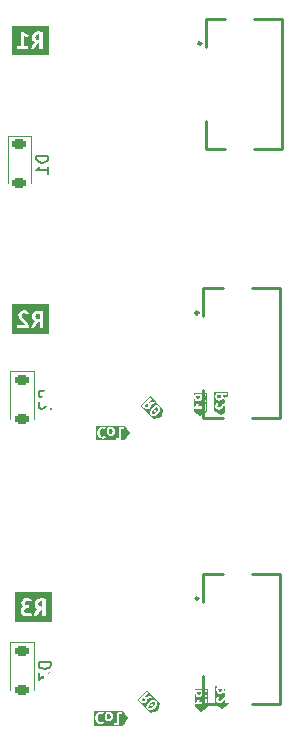
<source format=gbr>
%TF.GenerationSoftware,KiCad,Pcbnew,7.0.2*%
%TF.CreationDate,2024-09-11T13:34:27+02:00*%
%TF.ProjectId,column,636f6c75-6d6e-42e6-9b69-6361645f7063,rev?*%
%TF.SameCoordinates,Original*%
%TF.FileFunction,Legend,Bot*%
%TF.FilePolarity,Positive*%
%FSLAX46Y46*%
G04 Gerber Fmt 4.6, Leading zero omitted, Abs format (unit mm)*
G04 Created by KiCad (PCBNEW 7.0.2) date 2024-09-11 13:34:27*
%MOMM*%
%LPD*%
G01*
G04 APERTURE LIST*
G04 Aperture macros list*
%AMRoundRect*
0 Rectangle with rounded corners*
0 $1 Rounding radius*
0 $2 $3 $4 $5 $6 $7 $8 $9 X,Y pos of 4 corners*
0 Add a 4 corners polygon primitive as box body*
4,1,4,$2,$3,$4,$5,$6,$7,$8,$9,$2,$3,0*
0 Add four circle primitives for the rounded corners*
1,1,$1+$1,$2,$3*
1,1,$1+$1,$4,$5*
1,1,$1+$1,$6,$7*
1,1,$1+$1,$8,$9*
0 Add four rect primitives between the rounded corners*
20,1,$1+$1,$2,$3,$4,$5,0*
20,1,$1+$1,$4,$5,$6,$7,0*
20,1,$1+$1,$6,$7,$8,$9,0*
20,1,$1+$1,$8,$9,$2,$3,0*%
%AMHorizOval*
0 Thick line with rounded ends*
0 $1 width*
0 $2 $3 position (X,Y) of the first rounded end (center of the circle)*
0 $4 $5 position (X,Y) of the second rounded end (center of the circle)*
0 Add line between two ends*
20,1,$1,$2,$3,$4,$5,0*
0 Add two circle primitives to create the rounded ends*
1,1,$1,$2,$3*
1,1,$1,$4,$5*%
G04 Aperture macros list end*
%ADD10C,0.150000*%
%ADD11C,0.254000*%
%ADD12C,0.120000*%
%ADD13R,1.250000X0.280000*%
%ADD14R,2.000000X1.800000*%
%ADD15RoundRect,0.225000X-0.375000X0.225000X-0.375000X-0.225000X0.375000X-0.225000X0.375000X0.225000X0*%
%ADD16O,2.701800X1.701800*%
%ADD17C,3.987800*%
%ADD18HorizOval,2.032000X-0.608505X0.641231X0.608505X-0.641231X0*%
%ADD19C,2.032000*%
%ADD20HorizOval,2.032000X-0.608505X-0.641231X0.608505X0.641231X0*%
%ADD21HorizOval,2.032000X-1.269427X-0.410014X1.269427X0.410014X0*%
%ADD22HorizOval,2.032000X-1.269427X0.410014X1.269427X-0.410014X0*%
%ADD23C,1.600000*%
G04 APERTURE END LIST*
D10*
%TO.C,D3*%
X186637619Y-122661905D02*
X185637619Y-122661905D01*
X185637619Y-122661905D02*
X185637619Y-122900000D01*
X185637619Y-122900000D02*
X185685238Y-123042857D01*
X185685238Y-123042857D02*
X185780476Y-123138095D01*
X185780476Y-123138095D02*
X185875714Y-123185714D01*
X185875714Y-123185714D02*
X186066190Y-123233333D01*
X186066190Y-123233333D02*
X186209047Y-123233333D01*
X186209047Y-123233333D02*
X186399523Y-123185714D01*
X186399523Y-123185714D02*
X186494761Y-123138095D01*
X186494761Y-123138095D02*
X186590000Y-123042857D01*
X186590000Y-123042857D02*
X186637619Y-122900000D01*
X186637619Y-122900000D02*
X186637619Y-122661905D01*
X185637619Y-123566667D02*
X185637619Y-124185714D01*
X185637619Y-124185714D02*
X186018571Y-123852381D01*
X186018571Y-123852381D02*
X186018571Y-123995238D01*
X186018571Y-123995238D02*
X186066190Y-124090476D01*
X186066190Y-124090476D02*
X186113809Y-124138095D01*
X186113809Y-124138095D02*
X186209047Y-124185714D01*
X186209047Y-124185714D02*
X186447142Y-124185714D01*
X186447142Y-124185714D02*
X186542380Y-124138095D01*
X186542380Y-124138095D02*
X186590000Y-124090476D01*
X186590000Y-124090476D02*
X186637619Y-123995238D01*
X186637619Y-123995238D02*
X186637619Y-123709524D01*
X186637619Y-123709524D02*
X186590000Y-123614286D01*
X186590000Y-123614286D02*
X186542380Y-123566667D01*
%TO.C,D2*%
X186641813Y-99709237D02*
X185641813Y-99709237D01*
X185641813Y-99709237D02*
X185641813Y-99947332D01*
X185641813Y-99947332D02*
X185689432Y-100090189D01*
X185689432Y-100090189D02*
X185784670Y-100185427D01*
X185784670Y-100185427D02*
X185879908Y-100233046D01*
X185879908Y-100233046D02*
X186070384Y-100280665D01*
X186070384Y-100280665D02*
X186213241Y-100280665D01*
X186213241Y-100280665D02*
X186403717Y-100233046D01*
X186403717Y-100233046D02*
X186498955Y-100185427D01*
X186498955Y-100185427D02*
X186594194Y-100090189D01*
X186594194Y-100090189D02*
X186641813Y-99947332D01*
X186641813Y-99947332D02*
X186641813Y-99709237D01*
X185737051Y-100661618D02*
X185689432Y-100709237D01*
X185689432Y-100709237D02*
X185641813Y-100804475D01*
X185641813Y-100804475D02*
X185641813Y-101042570D01*
X185641813Y-101042570D02*
X185689432Y-101137808D01*
X185689432Y-101137808D02*
X185737051Y-101185427D01*
X185737051Y-101185427D02*
X185832289Y-101233046D01*
X185832289Y-101233046D02*
X185927527Y-101233046D01*
X185927527Y-101233046D02*
X186070384Y-101185427D01*
X186070384Y-101185427D02*
X186641813Y-100613999D01*
X186641813Y-100613999D02*
X186641813Y-101233046D01*
%TO.C,D1*%
X186446511Y-79792346D02*
X185446511Y-79792346D01*
X185446511Y-79792346D02*
X185446511Y-80030441D01*
X185446511Y-80030441D02*
X185494130Y-80173298D01*
X185494130Y-80173298D02*
X185589368Y-80268536D01*
X185589368Y-80268536D02*
X185684606Y-80316155D01*
X185684606Y-80316155D02*
X185875082Y-80363774D01*
X185875082Y-80363774D02*
X186017939Y-80363774D01*
X186017939Y-80363774D02*
X186208415Y-80316155D01*
X186208415Y-80316155D02*
X186303653Y-80268536D01*
X186303653Y-80268536D02*
X186398892Y-80173298D01*
X186398892Y-80173298D02*
X186446511Y-80030441D01*
X186446511Y-80030441D02*
X186446511Y-79792346D01*
X186446511Y-81316155D02*
X186446511Y-80744727D01*
X186446511Y-81030441D02*
X185446511Y-81030441D01*
X185446511Y-81030441D02*
X185589368Y-80935203D01*
X185589368Y-80935203D02*
X185684606Y-80839965D01*
X185684606Y-80839965D02*
X185732225Y-80744727D01*
D11*
%TO.C,J6*%
X199545000Y-115200000D02*
X199545000Y-117569000D01*
X206040000Y-126200000D02*
X203657000Y-126200000D01*
X201206000Y-115200000D02*
X199545000Y-115200000D01*
X199545000Y-126200000D02*
X199545000Y-123831000D01*
X201206000Y-126200000D02*
X199545000Y-126200000D01*
X206040000Y-126200000D02*
X206040000Y-115200000D01*
X206040000Y-115200000D02*
X203657000Y-115200000D01*
X199164000Y-117271000D02*
G75*
G03*
X199164000Y-117271000I-127000J0D01*
G01*
%TO.C,J4*%
X199545000Y-91025000D02*
X199545000Y-93394000D01*
X206040000Y-102025000D02*
X203657000Y-102025000D01*
X201206000Y-91025000D02*
X199545000Y-91025000D01*
X199545000Y-102025000D02*
X199545000Y-99656000D01*
X201206000Y-102025000D02*
X199545000Y-102025000D01*
X206040000Y-102025000D02*
X206040000Y-91025000D01*
X206040000Y-91025000D02*
X203657000Y-91025000D01*
X199164000Y-93096000D02*
G75*
G03*
X199164000Y-93096000I-127000J0D01*
G01*
%TO.C,J1*%
X199389000Y-70271000D02*
G75*
G03*
X199389000Y-70271000I-127000J0D01*
G01*
X206265000Y-68200000D02*
X203882000Y-68200000D01*
X206265000Y-79200000D02*
X206265000Y-68200000D01*
X201431000Y-79200000D02*
X199770000Y-79200000D01*
X199770000Y-79200000D02*
X199770000Y-76831000D01*
X201431000Y-68200000D02*
X199770000Y-68200000D01*
X206265000Y-79200000D02*
X203882000Y-79200000D01*
X199770000Y-68200000D02*
X199770000Y-70569000D01*
D12*
%TO.C,D3*%
X185195806Y-120992668D02*
X185195806Y-125002668D01*
X183195806Y-120992668D02*
X183195806Y-125002668D01*
X183195806Y-120992668D02*
X185195806Y-120992668D01*
%TO.C,D2*%
X185200000Y-98040000D02*
X185200000Y-102050000D01*
X183200000Y-98040000D02*
X183200000Y-102050000D01*
X183200000Y-98040000D02*
X185200000Y-98040000D01*
%TO.C,D1*%
X185004698Y-78123109D02*
X185004698Y-82133109D01*
X183004698Y-78123109D02*
X183004698Y-82133109D01*
X183004698Y-78123109D02*
X185004698Y-78123109D01*
%TO.C,kibuzzard-6399CA4F*%
G36*
X201062977Y-100126043D02*
G01*
X201053253Y-100212165D01*
X201024083Y-100270506D01*
X200913752Y-100314956D01*
X200846283Y-100303049D01*
X200799452Y-100267331D01*
X200772067Y-100212165D01*
X200762939Y-100141918D01*
X200763733Y-100114931D01*
X200767702Y-100083181D01*
X201062977Y-100083181D01*
X201062977Y-100126043D01*
G37*
G36*
X201652998Y-101329368D02*
G01*
X201652998Y-101395514D01*
X201084408Y-101774574D01*
X200515818Y-101395514D01*
X200515818Y-101329368D01*
X200515818Y-100976943D01*
X200581964Y-100976943D01*
X200599427Y-101092831D01*
X200651814Y-101191256D01*
X200739920Y-101259518D01*
X200862952Y-101284918D01*
X200960583Y-101265868D01*
X201051864Y-101215068D01*
X201137589Y-101143631D01*
X201216964Y-101062668D01*
X201262208Y-101015043D01*
X201316183Y-100964243D01*
X201372539Y-100923762D01*
X201424927Y-100907093D01*
X201424927Y-101329368D01*
X201586852Y-101329368D01*
X201586852Y-100688018D01*
X201547164Y-100684049D01*
X201513827Y-100684843D01*
X201437627Y-100692185D01*
X201367777Y-100714212D01*
X201303681Y-100747549D01*
X201244745Y-100788824D01*
X201190374Y-100835656D01*
X201139970Y-100885662D01*
X201092544Y-100935668D01*
X201047102Y-100982499D01*
X200961377Y-101057112D01*
X200877239Y-101086481D01*
X200784371Y-101049968D01*
X200751827Y-100957893D01*
X200774052Y-100861056D01*
X200848664Y-100761043D01*
X200712139Y-100664206D01*
X200654195Y-100732667D01*
X200613714Y-100811049D01*
X200589902Y-100894195D01*
X200581964Y-100976943D01*
X200515818Y-100976943D01*
X200515818Y-100141918D01*
X200593077Y-100141918D01*
X200597839Y-100222087D01*
X200612127Y-100294318D01*
X200636336Y-100357818D01*
X200670864Y-100411793D01*
X200771670Y-100487199D01*
X200838147Y-100506845D01*
X200915339Y-100513393D01*
X200997095Y-100504662D01*
X201070914Y-100478468D01*
X201132430Y-100432034D01*
X201177277Y-100362581D01*
X201268558Y-100419731D01*
X201373333Y-100478468D01*
X201482871Y-100533237D01*
X201586852Y-100578481D01*
X201586852Y-100373693D01*
X201493388Y-100334204D01*
X201403496Y-100288762D01*
X201314794Y-100238557D01*
X201224902Y-100184781D01*
X201224902Y-100083181D01*
X201586852Y-100083181D01*
X201586852Y-99887918D01*
X200618477Y-99887918D01*
X200606570Y-99950624D01*
X200598633Y-100019681D01*
X200594664Y-100086356D01*
X200593077Y-100141918D01*
X200515818Y-100141918D01*
X200515818Y-99887918D01*
X200515818Y-99821772D01*
X201652998Y-99821772D01*
X201652998Y-99887918D01*
X201652998Y-100578481D01*
X201652998Y-101329368D01*
G37*
%TO.C,kibuzzard-6399CA47*%
G36*
X199956524Y-126414860D02*
G01*
X199956524Y-126481006D01*
X199393491Y-126856361D01*
X198830458Y-126481006D01*
X198830458Y-126414860D01*
X198830458Y-126219597D01*
X198907716Y-126219597D01*
X199728454Y-126219597D01*
X199728454Y-126414860D01*
X199890379Y-126414860D01*
X199890379Y-125817960D01*
X199728454Y-125817960D01*
X199728454Y-126024335D01*
X199179178Y-126024335D01*
X199235535Y-125922735D01*
X199274429Y-125825897D01*
X199112504Y-125762397D01*
X199075991Y-125844947D01*
X199026778Y-125933847D01*
X198969628Y-126017985D01*
X198907716Y-126086247D01*
X198907716Y-126219597D01*
X198830458Y-126219597D01*
X198830458Y-125232172D01*
X198896603Y-125232172D01*
X198901366Y-125312341D01*
X198915653Y-125384572D01*
X198939863Y-125448072D01*
X198974391Y-125502047D01*
X199075197Y-125577454D01*
X199141674Y-125597099D01*
X199218866Y-125603647D01*
X199300622Y-125594916D01*
X199374441Y-125568722D01*
X199435957Y-125522288D01*
X199480804Y-125452835D01*
X199572085Y-125509985D01*
X199676860Y-125568722D01*
X199786397Y-125623491D01*
X199890379Y-125668735D01*
X199890379Y-125463947D01*
X199796914Y-125424458D01*
X199707022Y-125379016D01*
X199618321Y-125328812D01*
X199528428Y-125275035D01*
X199528428Y-125173435D01*
X199890379Y-125173435D01*
X199890379Y-124978172D01*
X198922003Y-124978172D01*
X198910097Y-125040879D01*
X198902160Y-125109935D01*
X198898191Y-125176610D01*
X198896603Y-125232172D01*
X198830458Y-125232172D01*
X198830458Y-124978172D01*
X198830458Y-124912027D01*
X199956524Y-124912027D01*
X199956524Y-124978172D01*
X199956524Y-125668735D01*
X199956524Y-126414860D01*
G37*
G36*
X199366503Y-125216297D02*
G01*
X199356780Y-125302419D01*
X199327610Y-125360760D01*
X199217278Y-125405210D01*
X199149810Y-125393304D01*
X199102979Y-125357585D01*
X199075594Y-125302419D01*
X199066466Y-125232172D01*
X199067260Y-125205185D01*
X199071228Y-125173435D01*
X199366503Y-125173435D01*
X199366503Y-125216297D01*
G37*
%TO.C,kibuzzard-6399CA1D*%
G36*
X194837077Y-125081081D02*
G01*
X195325379Y-125569382D01*
X195618360Y-125862363D01*
X195859704Y-126103708D01*
X195906477Y-126150480D01*
X195770027Y-126832730D01*
X195087777Y-126969180D01*
X195041005Y-126922407D01*
X194582264Y-126463666D01*
X194755632Y-126463666D01*
X194785192Y-126553094D01*
X194846432Y-126634291D01*
X194928689Y-126696716D01*
X195018304Y-126726838D01*
X195115278Y-126724654D01*
X195192769Y-126701187D01*
X195274257Y-126658285D01*
X195359745Y-126595949D01*
X195449232Y-126514180D01*
X195531527Y-126424167D01*
X195594319Y-126338223D01*
X195637607Y-126256349D01*
X195661390Y-126178543D01*
X195663885Y-126081257D01*
X195633951Y-125991454D01*
X195571587Y-125909135D01*
X195489269Y-125846773D01*
X195399466Y-125816838D01*
X195302180Y-125819333D01*
X195224374Y-125843116D01*
X195142500Y-125886404D01*
X195056556Y-125949196D01*
X194966543Y-126031492D01*
X194885300Y-126120592D01*
X194823420Y-126206045D01*
X194780904Y-126287850D01*
X194757752Y-126366006D01*
X194755632Y-126463666D01*
X194582264Y-126463666D01*
X194018378Y-125899780D01*
X193971605Y-125853008D01*
X193997423Y-125827190D01*
X194090968Y-125827190D01*
X194126890Y-125879949D01*
X194170107Y-125934392D01*
X194214446Y-125984345D01*
X194252612Y-126024756D01*
X194312668Y-126078076D01*
X194373846Y-126119048D01*
X194435866Y-126146831D01*
X194498447Y-126160582D01*
X194623049Y-126142622D01*
X194683945Y-126109507D01*
X194743159Y-126059555D01*
X194794796Y-125995570D01*
X194828471Y-125924851D01*
X194839136Y-125848519D01*
X194821737Y-125767696D01*
X194926693Y-125743562D01*
X195042314Y-125711008D01*
X195158496Y-125672281D01*
X195264014Y-125630747D01*
X195119207Y-125485940D01*
X195025195Y-125524106D01*
X194929500Y-125555537D01*
X194831278Y-125582759D01*
X194729689Y-125608297D01*
X194657847Y-125536455D01*
X194913784Y-125280517D01*
X194775712Y-125142446D01*
X194090968Y-125827190D01*
X193997423Y-125827190D01*
X194790305Y-125034308D01*
X194837077Y-125081081D01*
G37*
G36*
X194573657Y-125681261D02*
G01*
X194627679Y-125749034D01*
X194648305Y-125810914D01*
X194601720Y-125920361D01*
X194545594Y-125959650D01*
X194487222Y-125967507D01*
X194428850Y-125947862D01*
X194372723Y-125904645D01*
X194354202Y-125885001D01*
X194334558Y-125859744D01*
X194543349Y-125650953D01*
X194573657Y-125681261D01*
G37*
G36*
X195452599Y-126028124D02*
G01*
X195453375Y-126029593D01*
X195487398Y-126094072D01*
X195477295Y-126177421D01*
X195445864Y-126241903D01*
X195394976Y-126312623D01*
X195324630Y-126389579D01*
X195248299Y-126459300D01*
X195177953Y-126509815D01*
X195113595Y-126541121D01*
X195030247Y-126551223D01*
X194964298Y-126516425D01*
X194930201Y-126451177D01*
X194940163Y-126367690D01*
X194971157Y-126303019D01*
X194979078Y-126291918D01*
X195099002Y-126291918D01*
X195122575Y-126360393D01*
X195189366Y-126382282D01*
X195259523Y-126346923D01*
X195294322Y-126277326D01*
X195271872Y-126211097D01*
X195203958Y-126186962D01*
X195134923Y-126222322D01*
X195099002Y-126291918D01*
X194979078Y-126291918D01*
X195021485Y-126232487D01*
X195091144Y-126156092D01*
X195168162Y-126085809D01*
X195239069Y-126035108D01*
X195303864Y-126003989D01*
X195387352Y-125994026D01*
X195452599Y-126028124D01*
G37*
G36*
X195732843Y-101111740D02*
G01*
X195733619Y-101113209D01*
X195767642Y-101177688D01*
X195757539Y-101261037D01*
X195726108Y-101325519D01*
X195675220Y-101396239D01*
X195604874Y-101473195D01*
X195528543Y-101542916D01*
X195458197Y-101593431D01*
X195393839Y-101624737D01*
X195310491Y-101634839D01*
X195244542Y-101600041D01*
X195210445Y-101534793D01*
X195220407Y-101451306D01*
X195251401Y-101386635D01*
X195259322Y-101375534D01*
X195379246Y-101375534D01*
X195402819Y-101444009D01*
X195469610Y-101465898D01*
X195539767Y-101430539D01*
X195574566Y-101360942D01*
X195552116Y-101294713D01*
X195484202Y-101270578D01*
X195415167Y-101305938D01*
X195379246Y-101375534D01*
X195259322Y-101375534D01*
X195301729Y-101316103D01*
X195371388Y-101239708D01*
X195448406Y-101169425D01*
X195519313Y-101118724D01*
X195584108Y-101087605D01*
X195667596Y-101077642D01*
X195732843Y-101111740D01*
G37*
G36*
X195117321Y-100164697D02*
G01*
X195605623Y-100652998D01*
X195898604Y-100945979D01*
X196139948Y-101187324D01*
X196186721Y-101234096D01*
X196050271Y-101916346D01*
X195368021Y-102052796D01*
X195321249Y-102006023D01*
X194862508Y-101547282D01*
X195035876Y-101547282D01*
X195065436Y-101636710D01*
X195126676Y-101717907D01*
X195208933Y-101780332D01*
X195298548Y-101810454D01*
X195395522Y-101808270D01*
X195473013Y-101784803D01*
X195554501Y-101741901D01*
X195639989Y-101679565D01*
X195729476Y-101597796D01*
X195811771Y-101507783D01*
X195874563Y-101421839D01*
X195917851Y-101339965D01*
X195941634Y-101262159D01*
X195944129Y-101164873D01*
X195914195Y-101075070D01*
X195851831Y-100992751D01*
X195769513Y-100930389D01*
X195679710Y-100900454D01*
X195582424Y-100902949D01*
X195504618Y-100926732D01*
X195422744Y-100970020D01*
X195336800Y-101032812D01*
X195246787Y-101115108D01*
X195165544Y-101204208D01*
X195103664Y-101289661D01*
X195061148Y-101371466D01*
X195037996Y-101449622D01*
X195035876Y-101547282D01*
X194862508Y-101547282D01*
X194298622Y-100983396D01*
X194251849Y-100936624D01*
X194277667Y-100910806D01*
X194371212Y-100910806D01*
X194407134Y-100963565D01*
X194450351Y-101018008D01*
X194494690Y-101067961D01*
X194532856Y-101108372D01*
X194592912Y-101161692D01*
X194654090Y-101202664D01*
X194716110Y-101230447D01*
X194778691Y-101244198D01*
X194903293Y-101226238D01*
X194964189Y-101193123D01*
X195023403Y-101143171D01*
X195075040Y-101079186D01*
X195108715Y-101008467D01*
X195119380Y-100932135D01*
X195101981Y-100851312D01*
X195206937Y-100827178D01*
X195322558Y-100794624D01*
X195438740Y-100755897D01*
X195544258Y-100714363D01*
X195399451Y-100569556D01*
X195305439Y-100607722D01*
X195209744Y-100639153D01*
X195111522Y-100666375D01*
X195009933Y-100691913D01*
X194938091Y-100620071D01*
X195194028Y-100364133D01*
X195055956Y-100226062D01*
X194371212Y-100910806D01*
X194277667Y-100910806D01*
X195070549Y-100117924D01*
X195117321Y-100164697D01*
G37*
G36*
X194853901Y-100764877D02*
G01*
X194907923Y-100832650D01*
X194928549Y-100894530D01*
X194881964Y-101003977D01*
X194825838Y-101043266D01*
X194767466Y-101051123D01*
X194709094Y-101031478D01*
X194652967Y-100988261D01*
X194634446Y-100968617D01*
X194614802Y-100943360D01*
X194823593Y-100734569D01*
X194853901Y-100764877D01*
G37*
%TO.C,kibuzzard-63982C97*%
G36*
X185656060Y-93145181D02*
G01*
X185703685Y-93151135D01*
X185703685Y-93594047D01*
X185639391Y-93594047D01*
X185510208Y-93579462D01*
X185422697Y-93535706D01*
X185356022Y-93370210D01*
X185373882Y-93269007D01*
X185427460Y-93198760D01*
X185510208Y-93157683D01*
X185615579Y-93143991D01*
X185656060Y-93145181D01*
G37*
G36*
X186492672Y-94875953D02*
G01*
X185996579Y-94875953D01*
X184960735Y-94875953D01*
X183834403Y-94875953D01*
X183338310Y-94875953D01*
X183338310Y-94379860D01*
X183834403Y-94379860D01*
X184796429Y-94379860D01*
X184960735Y-94379860D01*
X185267916Y-94379860D01*
X185327150Y-94239664D01*
X185395313Y-94104825D01*
X185470620Y-93971773D01*
X185551285Y-93836935D01*
X185703685Y-93836935D01*
X185703685Y-94379860D01*
X185996579Y-94379860D01*
X185996579Y-92927297D01*
X185902519Y-92909438D01*
X185798935Y-92897532D01*
X185698922Y-92891578D01*
X185615579Y-92889197D01*
X185495325Y-92896341D01*
X185386978Y-92917772D01*
X185291728Y-92954086D01*
X185210766Y-93005878D01*
X185097657Y-93157088D01*
X185068189Y-93256803D01*
X185058366Y-93372591D01*
X185071463Y-93495225D01*
X185110753Y-93605953D01*
X185180405Y-93698227D01*
X185284585Y-93765497D01*
X185198860Y-93902419D01*
X185110753Y-94059581D01*
X185028600Y-94223888D01*
X184960735Y-94379860D01*
X184796429Y-94379860D01*
X184802382Y-94320328D01*
X184801191Y-94270322D01*
X184790178Y-94156022D01*
X184757138Y-94051247D01*
X184707132Y-93955104D01*
X184645219Y-93866700D01*
X184574972Y-93785142D01*
X184499963Y-93709538D01*
X184424953Y-93638398D01*
X184354707Y-93570235D01*
X184242788Y-93441647D01*
X184198735Y-93315441D01*
X184253503Y-93176138D01*
X184391616Y-93127322D01*
X184536872Y-93160660D01*
X184686891Y-93272578D01*
X184832147Y-93067791D01*
X184729456Y-92980875D01*
X184611882Y-92920153D01*
X184487164Y-92884435D01*
X184363041Y-92872528D01*
X184189210Y-92898722D01*
X184041572Y-92977303D01*
X183939179Y-93109463D01*
X183901079Y-93294010D01*
X183929654Y-93440457D01*
X184005854Y-93577378D01*
X184113010Y-93705966D01*
X184234453Y-93825028D01*
X184305891Y-93892894D01*
X184382091Y-93973857D01*
X184442813Y-94058391D01*
X184467816Y-94136972D01*
X183834403Y-94136972D01*
X183834403Y-94379860D01*
X183338310Y-94379860D01*
X183338310Y-92376435D01*
X183834403Y-92376435D01*
X185996579Y-92376435D01*
X186492672Y-92376435D01*
X186492672Y-94875953D01*
G37*
%TO.C,kibuzzard-6399CA3A*%
G36*
X190850007Y-126785629D02*
G01*
X191572319Y-126785629D01*
X192489894Y-126785629D01*
X192708969Y-126785629D01*
X192775115Y-126785629D01*
X193190158Y-127408194D01*
X192775115Y-128030759D01*
X192708969Y-128030759D01*
X190422969Y-128030759D01*
X190356824Y-128030759D01*
X190356824Y-127964613D01*
X192024757Y-127964613D01*
X192426394Y-127964613D01*
X192426394Y-127154988D01*
X192456557Y-127051800D01*
X192532757Y-127024813D01*
X192631182Y-127040688D01*
X192683569Y-127061325D01*
X192708969Y-126904163D01*
X192687538Y-126893050D01*
X192643882Y-126876381D01*
X192578001Y-126861300D01*
X192489894Y-126854950D01*
X192373213Y-126874992D01*
X192293044Y-126935119D01*
X192246610Y-127033742D01*
X192231132Y-127169275D01*
X192231132Y-127802688D01*
X192024757Y-127802688D01*
X192024757Y-127964613D01*
X190356824Y-127964613D01*
X190356824Y-127364538D01*
X190422969Y-127364538D01*
X190431304Y-127480028D01*
X190456307Y-127582025D01*
X190496193Y-127669933D01*
X190549176Y-127743157D01*
X190614263Y-127801100D01*
X190690463Y-127843169D01*
X190775990Y-127868767D01*
X190869057Y-127877300D01*
X190963513Y-127868569D01*
X191037332Y-127848725D01*
X191090513Y-127824913D01*
X191123057Y-127805863D01*
X191072257Y-127650288D01*
X190984151Y-127690769D01*
X190865882Y-127707438D01*
X190776188Y-127690769D01*
X190698401Y-127635207D01*
X190642838Y-127531225D01*
X190626765Y-127458200D01*
X190621407Y-127369300D01*
X190627845Y-127265848D01*
X190632065Y-127247063D01*
X191219894Y-127247063D01*
X191226443Y-127330605D01*
X191246088Y-127406607D01*
X191277441Y-127473678D01*
X191319113Y-127530432D01*
X191370509Y-127576072D01*
X191431032Y-127609807D01*
X191498898Y-127630642D01*
X191572319Y-127637588D01*
X191646734Y-127630642D01*
X191714401Y-127609807D01*
X191774329Y-127576072D01*
X191825526Y-127530432D01*
X191866999Y-127473678D01*
X191897757Y-127406607D01*
X191916807Y-127330605D01*
X191923157Y-127247063D01*
X191916807Y-127162330D01*
X191897757Y-127085932D01*
X191867198Y-127018661D01*
X191826319Y-126961313D01*
X191775718Y-126914878D01*
X191715988Y-126880350D01*
X191647924Y-126858919D01*
X191572319Y-126851775D01*
X191496715Y-126858919D01*
X191428651Y-126880350D01*
X191368723Y-126914878D01*
X191317526Y-126961313D01*
X191276052Y-127018661D01*
X191245294Y-127085932D01*
X191226244Y-127162330D01*
X191219894Y-127247063D01*
X190632065Y-127247063D01*
X190647160Y-127179859D01*
X190679351Y-127111332D01*
X190755749Y-127044061D01*
X190869057Y-127021638D01*
X190995263Y-127039100D01*
X191075432Y-127074025D01*
X191124644Y-126920038D01*
X191012726Y-126873206D01*
X190936724Y-126857133D01*
X190850007Y-126851775D01*
X190722301Y-126866592D01*
X190616468Y-126911042D01*
X190532507Y-126985125D01*
X190484584Y-127058845D01*
X190450354Y-127146653D01*
X190429816Y-127248551D01*
X190422969Y-127364538D01*
X190356824Y-127364538D01*
X190356824Y-126785629D01*
X190422969Y-126785629D01*
X190850007Y-126785629D01*
G37*
G36*
X191636018Y-127037116D02*
G01*
X191684238Y-127083550D01*
X191713409Y-127154988D01*
X191723132Y-127245475D01*
X191714202Y-127335764D01*
X191687413Y-127406607D01*
X191640780Y-127452446D01*
X191572319Y-127467725D01*
X191505446Y-127452446D01*
X191457226Y-127406607D01*
X191428055Y-127335764D01*
X191418332Y-127245475D01*
X191427262Y-127154988D01*
X191454051Y-127083550D01*
X191500684Y-127037116D01*
X191569144Y-127021638D01*
X191636018Y-127037116D01*
G37*
%TO.C,kibuzzard-6399CA47*%
G36*
X199277495Y-100189326D02*
G01*
X199267772Y-100275448D01*
X199238602Y-100333789D01*
X199128270Y-100378239D01*
X199060802Y-100366333D01*
X199013971Y-100330614D01*
X198986586Y-100275448D01*
X198977458Y-100205201D01*
X198978252Y-100178214D01*
X198982220Y-100146464D01*
X199277495Y-100146464D01*
X199277495Y-100189326D01*
G37*
G36*
X199867516Y-101387889D02*
G01*
X199867516Y-101454035D01*
X199304483Y-101829390D01*
X198741450Y-101454035D01*
X198741450Y-101387889D01*
X198741450Y-101192626D01*
X198818708Y-101192626D01*
X199639446Y-101192626D01*
X199639446Y-101387889D01*
X199801371Y-101387889D01*
X199801371Y-100790989D01*
X199639446Y-100790989D01*
X199639446Y-100997364D01*
X199090170Y-100997364D01*
X199146527Y-100895764D01*
X199185421Y-100798926D01*
X199023496Y-100735426D01*
X198986983Y-100817976D01*
X198937770Y-100906876D01*
X198880620Y-100991014D01*
X198818708Y-101059276D01*
X198818708Y-101192626D01*
X198741450Y-101192626D01*
X198741450Y-100205201D01*
X198807595Y-100205201D01*
X198812358Y-100285370D01*
X198826645Y-100357601D01*
X198850855Y-100421101D01*
X198885383Y-100475076D01*
X198986189Y-100550483D01*
X199052666Y-100570128D01*
X199129858Y-100576676D01*
X199211614Y-100567945D01*
X199285433Y-100541751D01*
X199346949Y-100495317D01*
X199391796Y-100425864D01*
X199483077Y-100483014D01*
X199587852Y-100541751D01*
X199697389Y-100596520D01*
X199801371Y-100641764D01*
X199801371Y-100436976D01*
X199707906Y-100397487D01*
X199618014Y-100352045D01*
X199529313Y-100301841D01*
X199439420Y-100248064D01*
X199439420Y-100146464D01*
X199801371Y-100146464D01*
X199801371Y-99951201D01*
X198832995Y-99951201D01*
X198821089Y-100013908D01*
X198813152Y-100082964D01*
X198809183Y-100149639D01*
X198807595Y-100205201D01*
X198741450Y-100205201D01*
X198741450Y-99951201D01*
X198741450Y-99885056D01*
X199867516Y-99885056D01*
X199867516Y-99951201D01*
X199867516Y-100641764D01*
X199867516Y-101387889D01*
G37*
%TO.C,kibuzzard-6399CA3A*%
G36*
X191804602Y-102892602D02*
G01*
X191852822Y-102939036D01*
X191881993Y-103010474D01*
X191891716Y-103100961D01*
X191882786Y-103191250D01*
X191855997Y-103262093D01*
X191809364Y-103307932D01*
X191740903Y-103323211D01*
X191674030Y-103307932D01*
X191625810Y-103262093D01*
X191596639Y-103191250D01*
X191586916Y-103100961D01*
X191595846Y-103010474D01*
X191622635Y-102939036D01*
X191669268Y-102892602D01*
X191737728Y-102877124D01*
X191804602Y-102892602D01*
G37*
G36*
X191018591Y-102641115D02*
G01*
X191740903Y-102641115D01*
X192658478Y-102641115D01*
X192877553Y-102641115D01*
X192943699Y-102641115D01*
X193358742Y-103263680D01*
X192943699Y-103886245D01*
X192877553Y-103886245D01*
X190591553Y-103886245D01*
X190525408Y-103886245D01*
X190525408Y-103820099D01*
X192193341Y-103820099D01*
X192594978Y-103820099D01*
X192594978Y-103010474D01*
X192625141Y-102907286D01*
X192701341Y-102880299D01*
X192799766Y-102896174D01*
X192852153Y-102916811D01*
X192877553Y-102759649D01*
X192856122Y-102748536D01*
X192812466Y-102731867D01*
X192746585Y-102716786D01*
X192658478Y-102710436D01*
X192541797Y-102730478D01*
X192461628Y-102790605D01*
X192415194Y-102889228D01*
X192399716Y-103024761D01*
X192399716Y-103658174D01*
X192193341Y-103658174D01*
X192193341Y-103820099D01*
X190525408Y-103820099D01*
X190525408Y-103220024D01*
X190591553Y-103220024D01*
X190599888Y-103335514D01*
X190624891Y-103437511D01*
X190664777Y-103525419D01*
X190717760Y-103598643D01*
X190782847Y-103656586D01*
X190859047Y-103698655D01*
X190944574Y-103724253D01*
X191037641Y-103732786D01*
X191132097Y-103724055D01*
X191205916Y-103704211D01*
X191259097Y-103680399D01*
X191291641Y-103661349D01*
X191240841Y-103505774D01*
X191152735Y-103546255D01*
X191034466Y-103562924D01*
X190944772Y-103546255D01*
X190866985Y-103490693D01*
X190811422Y-103386711D01*
X190795349Y-103313686D01*
X190789991Y-103224786D01*
X190796429Y-103121334D01*
X190800649Y-103102549D01*
X191388478Y-103102549D01*
X191395027Y-103186091D01*
X191414672Y-103262093D01*
X191446025Y-103329164D01*
X191487697Y-103385918D01*
X191539093Y-103431558D01*
X191599616Y-103465293D01*
X191667482Y-103486128D01*
X191740903Y-103493074D01*
X191815318Y-103486128D01*
X191882985Y-103465293D01*
X191942913Y-103431558D01*
X191994110Y-103385918D01*
X192035583Y-103329164D01*
X192066341Y-103262093D01*
X192085391Y-103186091D01*
X192091741Y-103102549D01*
X192085391Y-103017816D01*
X192066341Y-102941418D01*
X192035782Y-102874147D01*
X191994903Y-102816799D01*
X191944302Y-102770364D01*
X191884572Y-102735836D01*
X191816508Y-102714405D01*
X191740903Y-102707261D01*
X191665299Y-102714405D01*
X191597235Y-102735836D01*
X191537307Y-102770364D01*
X191486110Y-102816799D01*
X191444636Y-102874147D01*
X191413878Y-102941418D01*
X191394828Y-103017816D01*
X191388478Y-103102549D01*
X190800649Y-103102549D01*
X190815744Y-103035345D01*
X190847935Y-102966818D01*
X190924333Y-102899547D01*
X191037641Y-102877124D01*
X191163847Y-102894586D01*
X191244016Y-102929511D01*
X191293228Y-102775524D01*
X191181310Y-102728692D01*
X191105308Y-102712619D01*
X191018591Y-102707261D01*
X190890885Y-102722078D01*
X190785052Y-102766528D01*
X190701091Y-102840611D01*
X190653168Y-102914331D01*
X190618938Y-103002139D01*
X190598400Y-103104037D01*
X190591553Y-103220024D01*
X190525408Y-103220024D01*
X190525408Y-102641115D01*
X190591553Y-102641115D01*
X191018591Y-102641115D01*
G37*
%TO.C,kibuzzard-63982CB3*%
G36*
X186733575Y-119275431D02*
G01*
X186237482Y-119275431D01*
X185201638Y-119275431D01*
X184668238Y-119275431D01*
X184101500Y-119275431D01*
X183605407Y-119275431D01*
X183605407Y-118310231D01*
X184101500Y-118310231D01*
X184134838Y-118498350D01*
X184237232Y-118647178D01*
X184315813Y-118703138D01*
X184413444Y-118744810D01*
X184530721Y-118770706D01*
X184668238Y-118779338D01*
X184783728Y-118771003D01*
X184900410Y-118750763D01*
X184909830Y-118748381D01*
X185201638Y-118748381D01*
X185508819Y-118748381D01*
X185568053Y-118608185D01*
X185636216Y-118473347D01*
X185711523Y-118340295D01*
X185792188Y-118205456D01*
X185944588Y-118205456D01*
X185944588Y-118748381D01*
X186237482Y-118748381D01*
X186237482Y-117295819D01*
X186143422Y-117277960D01*
X186039838Y-117266053D01*
X185939825Y-117260100D01*
X185856482Y-117257719D01*
X185736228Y-117264863D01*
X185627882Y-117286294D01*
X185532632Y-117322608D01*
X185451669Y-117374400D01*
X185338560Y-117525610D01*
X185309092Y-117625324D01*
X185299269Y-117741113D01*
X185312366Y-117863747D01*
X185351657Y-117974475D01*
X185421308Y-118066749D01*
X185525488Y-118134019D01*
X185439763Y-118270941D01*
X185351657Y-118428103D01*
X185269503Y-118592410D01*
X185201638Y-118748381D01*
X184909830Y-118748381D01*
X185003994Y-118724569D01*
X185077813Y-118698375D01*
X185020663Y-118453106D01*
X184878978Y-118503113D01*
X184783431Y-118522758D01*
X184670619Y-118529306D01*
X184542925Y-118513233D01*
X184459878Y-118465013D01*
X184399157Y-118305469D01*
X184422374Y-118206349D01*
X184492025Y-118142353D01*
X184597396Y-118107528D01*
X184727769Y-118095919D01*
X184818257Y-118095919D01*
X184818257Y-117853031D01*
X184708719Y-117853031D01*
X184618232Y-117843506D01*
X184537269Y-117812550D01*
X184478928Y-117755400D01*
X184456307Y-117664913D01*
X184505122Y-117537516D01*
X184639663Y-117491081D01*
X184805160Y-117518466D01*
X184946844Y-117586331D01*
X185051619Y-117372019D01*
X184881360Y-117285103D01*
X184768548Y-117252064D01*
X184642044Y-117241050D01*
X184526256Y-117248789D01*
X184426541Y-117272006D01*
X184275332Y-117358922D01*
X184187225Y-117491081D01*
X184158650Y-117655388D01*
X184208657Y-117824456D01*
X184342007Y-117948281D01*
X184240506Y-118007217D01*
X184164603Y-118088775D01*
X184117276Y-118190574D01*
X184101500Y-118310231D01*
X183605407Y-118310231D01*
X183605407Y-116744956D01*
X184101500Y-116744956D01*
X186237482Y-116744956D01*
X186733575Y-116744956D01*
X186733575Y-119275431D01*
G37*
G36*
X185896963Y-117513703D02*
G01*
X185944588Y-117519656D01*
X185944588Y-117962569D01*
X185880294Y-117962569D01*
X185751111Y-117947984D01*
X185663600Y-117904228D01*
X185596925Y-117738731D01*
X185614785Y-117637528D01*
X185668363Y-117567281D01*
X185751111Y-117526205D01*
X185856482Y-117512513D01*
X185896963Y-117513703D01*
G37*
%TO.C,kibuzzard-6399CA4F*%
G36*
X201740081Y-126161389D02*
G01*
X201740081Y-126227535D01*
X201171491Y-126606595D01*
X200602901Y-126227535D01*
X200602901Y-126161389D01*
X200602901Y-125808964D01*
X200669047Y-125808964D01*
X200686510Y-125924852D01*
X200738897Y-126023277D01*
X200827003Y-126091539D01*
X200950035Y-126116939D01*
X201047666Y-126097889D01*
X201138947Y-126047089D01*
X201224672Y-125975652D01*
X201304047Y-125894689D01*
X201349291Y-125847064D01*
X201403266Y-125796264D01*
X201459622Y-125755783D01*
X201512010Y-125739114D01*
X201512010Y-126161389D01*
X201673935Y-126161389D01*
X201673935Y-125520039D01*
X201634247Y-125516070D01*
X201600910Y-125516864D01*
X201524710Y-125524206D01*
X201454860Y-125546233D01*
X201390764Y-125579570D01*
X201331828Y-125620845D01*
X201277457Y-125667677D01*
X201227053Y-125717683D01*
X201179627Y-125767689D01*
X201134185Y-125814520D01*
X201048460Y-125889133D01*
X200964322Y-125918502D01*
X200871454Y-125881989D01*
X200838910Y-125789914D01*
X200861135Y-125693077D01*
X200935747Y-125593064D01*
X200799222Y-125496227D01*
X200741278Y-125564688D01*
X200700797Y-125643070D01*
X200676985Y-125726216D01*
X200669047Y-125808964D01*
X200602901Y-125808964D01*
X200602901Y-124973939D01*
X200680160Y-124973939D01*
X200684922Y-125054108D01*
X200699210Y-125126339D01*
X200723419Y-125189839D01*
X200757947Y-125243814D01*
X200858753Y-125319220D01*
X200925230Y-125338866D01*
X201002422Y-125345414D01*
X201084178Y-125336683D01*
X201157997Y-125310489D01*
X201219513Y-125264055D01*
X201264360Y-125194602D01*
X201355641Y-125251752D01*
X201460416Y-125310489D01*
X201569954Y-125365258D01*
X201673935Y-125410502D01*
X201673935Y-125205714D01*
X201580471Y-125166225D01*
X201490579Y-125120783D01*
X201401877Y-125070578D01*
X201311985Y-125016802D01*
X201311985Y-124915202D01*
X201673935Y-124915202D01*
X201673935Y-124719939D01*
X200705560Y-124719939D01*
X200693653Y-124782645D01*
X200685716Y-124851702D01*
X200681747Y-124918377D01*
X200680160Y-124973939D01*
X200602901Y-124973939D01*
X200602901Y-124719939D01*
X200602901Y-124653793D01*
X201740081Y-124653793D01*
X201740081Y-124719939D01*
X201740081Y-125410502D01*
X201740081Y-126161389D01*
G37*
G36*
X201150060Y-124958064D02*
G01*
X201140336Y-125044186D01*
X201111166Y-125102527D01*
X201000835Y-125146977D01*
X200933366Y-125135070D01*
X200886535Y-125099352D01*
X200859150Y-125044186D01*
X200850022Y-124973939D01*
X200850816Y-124946952D01*
X200854785Y-124915202D01*
X201150060Y-124915202D01*
X201150060Y-124958064D01*
G37*
%TO.C,kibuzzard-63982C76*%
G36*
X185652488Y-69514847D02*
G01*
X185700113Y-69520800D01*
X185700113Y-69963713D01*
X185635819Y-69963713D01*
X185506636Y-69949128D01*
X185419125Y-69905372D01*
X185352450Y-69739875D01*
X185370310Y-69638672D01*
X185423888Y-69568425D01*
X185506636Y-69527349D01*
X185612007Y-69513657D01*
X185652488Y-69514847D01*
G37*
G36*
X186489100Y-71245619D02*
G01*
X185993007Y-71245619D01*
X184957163Y-71245619D01*
X183837975Y-71245619D01*
X183341882Y-71245619D01*
X183341882Y-70749525D01*
X183837975Y-70749525D01*
X184733325Y-70749525D01*
X184957163Y-70749525D01*
X185264344Y-70749525D01*
X185323578Y-70609329D01*
X185391741Y-70474491D01*
X185467048Y-70341439D01*
X185547713Y-70206600D01*
X185700113Y-70206600D01*
X185700113Y-70749525D01*
X185993007Y-70749525D01*
X185993007Y-69296963D01*
X185898947Y-69279103D01*
X185795363Y-69267197D01*
X185695350Y-69261244D01*
X185612007Y-69258863D01*
X185491753Y-69266006D01*
X185383407Y-69287438D01*
X185288157Y-69323752D01*
X185207194Y-69375544D01*
X185094085Y-69526753D01*
X185064617Y-69626468D01*
X185054794Y-69742256D01*
X185067891Y-69864891D01*
X185107182Y-69975619D01*
X185176833Y-70067892D01*
X185281013Y-70135163D01*
X185195288Y-70272085D01*
X185107182Y-70429247D01*
X185025028Y-70593553D01*
X184957163Y-70749525D01*
X184733325Y-70749525D01*
X184733325Y-70506638D01*
X184423763Y-70506638D01*
X184423763Y-69682725D01*
X184576163Y-69767260D01*
X184721419Y-69825600D01*
X184816669Y-69582713D01*
X184692844Y-69527944D01*
X184559494Y-69454125D01*
X184433288Y-69368400D01*
X184330894Y-69275532D01*
X184130869Y-69275532D01*
X184130869Y-70506638D01*
X183837975Y-70506638D01*
X183837975Y-70749525D01*
X183341882Y-70749525D01*
X183341882Y-68762769D01*
X183837975Y-68762769D01*
X185993007Y-68762769D01*
X186489100Y-68762769D01*
X186489100Y-71245619D01*
G37*
%TD*%
%LPC*%
D13*
%TO.C,J6*%
X199707000Y-117950000D03*
X199707000Y-118450000D03*
X199707000Y-118950000D03*
X199707000Y-119450000D03*
X199707000Y-119950000D03*
X199707000Y-120450000D03*
X199707000Y-120950000D03*
X199707000Y-121450000D03*
X199707000Y-121950000D03*
X199707000Y-122450000D03*
X199707000Y-122950000D03*
X199707000Y-123450000D03*
D14*
X202431000Y-125250000D03*
X202431000Y-116150000D03*
%TD*%
D13*
%TO.C,J4*%
X199707000Y-93775000D03*
X199707000Y-94275000D03*
X199707000Y-94775000D03*
X199707000Y-95275000D03*
X199707000Y-95775000D03*
X199707000Y-96275000D03*
X199707000Y-96775000D03*
X199707000Y-97275000D03*
X199707000Y-97775000D03*
X199707000Y-98275000D03*
X199707000Y-98775000D03*
X199707000Y-99275000D03*
D14*
X202431000Y-101075000D03*
X202431000Y-91975000D03*
%TD*%
%TO.C,J1*%
X202656000Y-69150000D03*
X202656000Y-78250000D03*
D13*
X199932000Y-76450000D03*
X199932000Y-75950000D03*
X199932000Y-75450000D03*
X199932000Y-74950000D03*
X199932000Y-74450000D03*
X199932000Y-73950000D03*
X199932000Y-73450000D03*
X199932000Y-72950000D03*
X199932000Y-72450000D03*
X199932000Y-71950000D03*
X199932000Y-71450000D03*
X199932000Y-70950000D03*
%TD*%
D15*
%TO.C,D3*%
X184195806Y-121702668D03*
X184195806Y-125002668D03*
%TD*%
%TO.C,D2*%
X184200000Y-98750000D03*
X184200000Y-102050000D03*
%TD*%
%TO.C,D1*%
X184004698Y-78833109D03*
X184004698Y-82133109D03*
%TD*%
D16*
%TO.C,SW3*%
X187305903Y-124417886D03*
D17*
X192383491Y-124421194D03*
D16*
X197465903Y-124421847D03*
D18*
X187968592Y-121237762D03*
D19*
X188573491Y-121881194D03*
X196193491Y-121881194D03*
D20*
X196798390Y-121237762D03*
D21*
X191128143Y-118926263D03*
D19*
X192383491Y-118521194D03*
D22*
X193638839Y-118926263D03*
%TD*%
D16*
%TO.C,SW2*%
X187305903Y-100319886D03*
D17*
X192383491Y-100323194D03*
D16*
X197465903Y-100323847D03*
D18*
X187968592Y-97139762D03*
D19*
X188573491Y-97783194D03*
X196193491Y-97783194D03*
D20*
X196798390Y-97139762D03*
D21*
X191128143Y-94828263D03*
D19*
X192383491Y-94423194D03*
D22*
X193638839Y-94828263D03*
%TD*%
D16*
%TO.C,SW1*%
X187305903Y-76121886D03*
D17*
X192383491Y-76125194D03*
D16*
X197465903Y-76125847D03*
D18*
X187968592Y-72941762D03*
D19*
X188573491Y-73585194D03*
X196193491Y-73585194D03*
D20*
X196798390Y-72941762D03*
D21*
X191128143Y-70630263D03*
D19*
X192383491Y-70225194D03*
D22*
X193638839Y-70630263D03*
%TD*%
D23*
%TO.C,J3*%
X194313491Y-127916194D03*
X194053491Y-129206194D03*
X196339491Y-129206194D03*
X196599491Y-127916194D03*
X198885491Y-127916194D03*
X198625491Y-129206194D03*
X201171491Y-127916194D03*
X200911491Y-129206194D03*
%TD*%
%TO.C,J5*%
X194348163Y-103204170D03*
X194088163Y-104494170D03*
X196634163Y-103204170D03*
X196374163Y-104494170D03*
X198660163Y-104494170D03*
X198920163Y-103204170D03*
X201206163Y-103204170D03*
X200946163Y-104494170D03*
%TD*%
%LPD*%
M02*

</source>
